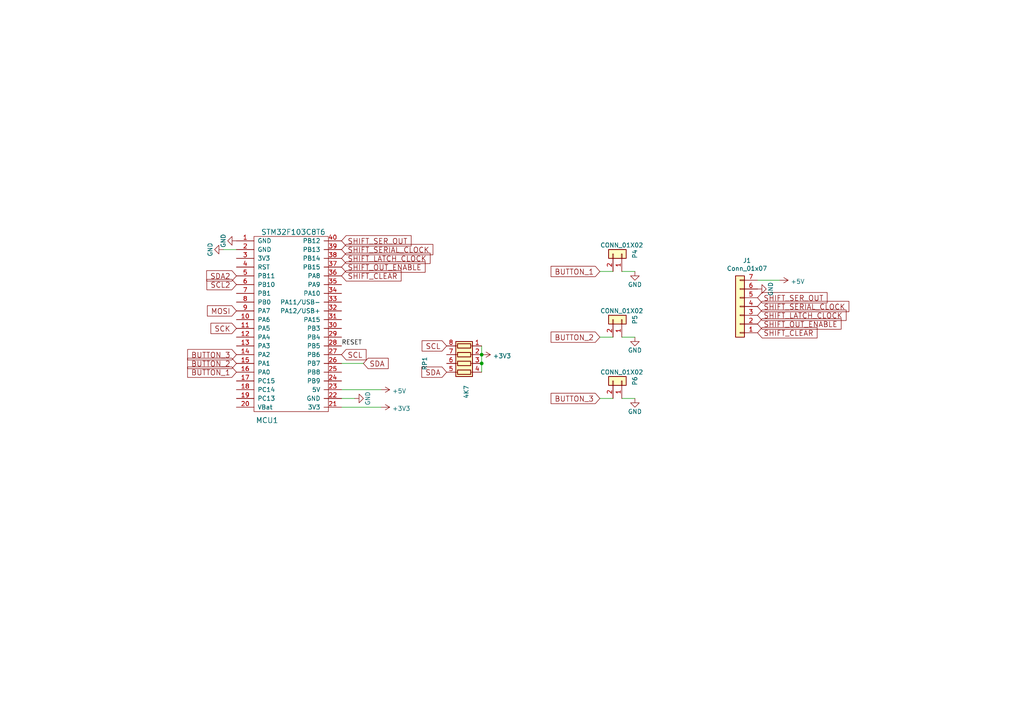
<source format=kicad_sch>
(kicad_sch (version 20211123) (generator eeschema)
  (paper "A4")
  (lib_symbols
    (symbol "nixie_control_board-rescue:+3.3V-power" (power) (pin_names (offset 0))
      (property "Value" "+3.3V-power" (at 0 3.556 0))
      (symbol "+3.3V-power_0_1"
        (polyline (pts (xy -0.762 1.27) (xy 0 2.54)))
        (polyline (pts (xy 0 0) (xy 0 2.54)))
        (polyline (pts (xy 0 2.54) (xy 0.762 1.27)))
      )
      (symbol "+3.3V-power_1_1"
        (pin power_in line (at 0 0 90) (length 0) hide (name "+3V3") (number "1"))
      )
    )
    (symbol "nixie_control_board-rescue:+5V-power" (power) (pin_names (offset 0))
      (property "Value" "+5V-power" (at 0 3.556 0))
      (symbol "+5V-power_0_1"
        (polyline (pts (xy -0.762 1.27) (xy 0 2.54)))
        (polyline (pts (xy 0 0) (xy 0 2.54)))
        (polyline (pts (xy 0 2.54) (xy 0.762 1.27)))
      )
      (symbol "+5V-power_1_1"
        (pin power_in line (at 0 0 90) (length 0) hide (name "+5V") (number "1"))
      )
    )
    (symbol "nixie_control_board-rescue:Conn_01x02-conn" (pin_names (offset 1.016) hide)
      (property "Reference" "J" (at 0 2.54 0))
      (property "Value" "Conn_01x02-conn" (at 0 -5.08 0))
      (symbol "Conn_01x02-conn_1_1"
        (rectangle (start -1.27 -2.413) (end 0 -2.667) (stroke (width 0.1524)))
        (rectangle (start -1.27 0.127) (end 0 -0.127) (stroke (width 0.1524)))
        (rectangle (start -1.27 1.27) (end 1.27 -3.81) (stroke (width 0.254)) (fill (type background)))
        (pin passive line (at -5.08 0 0) (length 3.81) (name "Pin_1") (number "1"))
        (pin passive line (at -5.08 -2.54 0) (length 3.81) (name "Pin_2") (number "2"))
      )
    )
    (symbol "nixie_control_board-rescue:Conn_01x07-conn" (pin_names (offset 1.016) hide)
      (property "Reference" "J" (at 0 10.16 0))
      (property "Value" "Conn_01x07-conn" (at 0 -10.16 0))
      (symbol "Conn_01x07-conn_1_1"
        (rectangle (start -1.27 -7.493) (end 0 -7.747) (stroke (width 0.1524)))
        (rectangle (start -1.27 -4.953) (end 0 -5.207) (stroke (width 0.1524)))
        (rectangle (start -1.27 -2.413) (end 0 -2.667) (stroke (width 0.1524)))
        (rectangle (start -1.27 0.127) (end 0 -0.127) (stroke (width 0.1524)))
        (rectangle (start -1.27 2.667) (end 0 2.413) (stroke (width 0.1524)))
        (rectangle (start -1.27 5.207) (end 0 4.953) (stroke (width 0.1524)))
        (rectangle (start -1.27 7.747) (end 0 7.493) (stroke (width 0.1524)))
        (rectangle (start -1.27 8.89) (end 1.27 -8.89) (stroke (width 0.254)) (fill (type background)))
        (pin passive line (at -5.08 7.62 0) (length 3.81) (name "Pin_1") (number "1"))
        (pin passive line (at -5.08 5.08 0) (length 3.81) (name "Pin_2") (number "2"))
        (pin passive line (at -5.08 2.54 0) (length 3.81) (name "Pin_3") (number "3"))
        (pin passive line (at -5.08 0 0) (length 3.81) (name "Pin_4") (number "4"))
        (pin passive line (at -5.08 -2.54 0) (length 3.81) (name "Pin_5") (number "5"))
        (pin passive line (at -5.08 -5.08 0) (length 3.81) (name "Pin_6") (number "6"))
        (pin passive line (at -5.08 -7.62 0) (length 3.81) (name "Pin_7") (number "7"))
      )
    )
    (symbol "nixie_control_board-rescue:GND-power" (power) (pin_names (offset 0))
      (property "Value" "GND-power" (at 0 -3.81 0))
      (symbol "GND-power_0_1"
        (polyline (pts (xy 0 0) (xy 0 -1.27) (xy 1.27 -1.27) (xy 0 -2.54) (xy -1.27 -1.27) (xy 0 -1.27)))
      )
      (symbol "GND-power_1_1"
        (pin power_in line (at 0 0 270) (length 0) hide (name "GND") (number "1"))
      )
    )
    (symbol "nixie_control_board-rescue:R_Pack04-device" (pin_names (offset 0) hide)
      (property "Reference" "RN" (at -7.62 0 90))
      (property "Value" "R_Pack04-device" (at 5.08 0 90))
      (symbol "R_Pack04-device_0_1"
        (rectangle (start -6.35 -2.413) (end 3.81 2.413) (stroke (width 0.254)) (fill (type background)))
        (rectangle (start -5.715 1.905) (end -4.445 -1.905) (stroke (width 0.254)))
        (rectangle (start -3.175 1.905) (end -1.905 -1.905) (stroke (width 0.254)))
        (rectangle (start -0.635 1.905) (end 0.635 -1.905) (stroke (width 0.254)))
        (polyline (pts (xy -5.08 -2.54) (xy -5.08 -1.905)))
        (polyline (pts (xy -5.08 1.905) (xy -5.08 2.54)))
        (polyline (pts (xy -2.54 -2.54) (xy -2.54 -1.905)))
        (polyline (pts (xy -2.54 1.905) (xy -2.54 2.54)))
        (polyline (pts (xy 0 -2.54) (xy 0 -1.905)))
        (polyline (pts (xy 0 1.905) (xy 0 2.54)))
        (polyline (pts (xy 2.54 -2.54) (xy 2.54 -1.905)))
        (polyline (pts (xy 2.54 1.905) (xy 2.54 2.54)))
        (rectangle (start 1.905 1.905) (end 3.175 -1.905) (stroke (width 0.254)))
      )
      (symbol "R_Pack04-device_1_1"
        (pin passive line (at -5.08 -5.08 90) (length 2.54) (name "R1.1") (number "1"))
        (pin passive line (at -2.54 -5.08 90) (length 2.54) (name "R2.1") (number "2"))
        (pin passive line (at 0 -5.08 90) (length 2.54) (name "R3.1") (number "3"))
        (pin passive line (at 2.54 -5.08 90) (length 2.54) (name "R4.1") (number "4"))
        (pin passive line (at 2.54 5.08 270) (length 2.54) (name "R4.2") (number "5"))
        (pin passive line (at 0 5.08 270) (length 2.54) (name "R3.2") (number "6"))
        (pin passive line (at -2.54 5.08 270) (length 2.54) (name "R2.2") (number "7"))
        (pin passive line (at -5.08 5.08 270) (length 2.54) (name "R1.2") (number "8"))
      )
    )
    (symbol "nixie_control_board-rescue:STM32F103C8T6-keyboard" (pin_names (offset 1.016))
      (property "Reference" "MCU" (at -6.35 -27.94 0))
      (property "Value" "STM32F103C8T6-keyboard" (at 1.27 26.67 0))
      (symbol "STM32F103C8T6-keyboard_0_1"
        (rectangle (start -10.16 25.4) (end 11.43 -25.4))
      )
      (symbol "STM32F103C8T6-keyboard_1_1"
        (pin input line (at -15.24 24.13 0) (length 5.08) (name "GND") (number "1"))
        (pin input line (at -15.24 1.27 0) (length 5.08) (name "PA6") (number "10"))
        (pin input line (at -15.24 -1.27 0) (length 5.08) (name "PA5") (number "11"))
        (pin input line (at -15.24 -3.81 0) (length 5.08) (name "PA4") (number "12"))
        (pin input line (at -15.24 -6.35 0) (length 5.08) (name "PA3") (number "13"))
        (pin input line (at -15.24 -8.89 0) (length 5.08) (name "PA2") (number "14"))
        (pin input line (at -15.24 -11.43 0) (length 5.08) (name "PA1") (number "15"))
        (pin input line (at -15.24 -13.97 0) (length 5.08) (name "PA0") (number "16"))
        (pin input line (at -15.24 -16.51 0) (length 5.08) (name "PC15") (number "17"))
        (pin input line (at -15.24 -19.05 0) (length 5.08) (name "PC14") (number "18"))
        (pin input line (at -15.24 -21.59 0) (length 5.08) (name "PC13") (number "19"))
        (pin input line (at -15.24 21.59 0) (length 5.08) (name "GND") (number "2"))
        (pin input line (at -15.24 -24.13 0) (length 5.08) (name "VBat") (number "20"))
        (pin input line (at 15.24 -24.13 180) (length 5.08) (name "3V3") (number "21"))
        (pin input line (at 15.24 -21.59 180) (length 5.08) (name "GND") (number "22"))
        (pin input line (at 15.24 -19.05 180) (length 5.08) (name "5V") (number "23"))
        (pin input line (at 15.24 -16.51 180) (length 5.08) (name "PB9") (number "24"))
        (pin input line (at 15.24 -13.97 180) (length 5.08) (name "PB8") (number "25"))
        (pin input line (at 15.24 -11.43 180) (length 5.08) (name "PB7") (number "26"))
        (pin input line (at 15.24 -8.89 180) (length 5.08) (name "PB6") (number "27"))
        (pin input line (at 15.24 -6.35 180) (length 5.08) (name "PB5") (number "28"))
        (pin input line (at 15.24 -3.81 180) (length 5.08) (name "PB4") (number "29"))
        (pin input line (at -15.24 19.05 0) (length 5.08) (name "3V3") (number "3"))
        (pin input line (at 15.24 -1.27 180) (length 5.08) (name "PB3") (number "30"))
        (pin input line (at 15.24 1.27 180) (length 5.08) (name "PA15") (number "31"))
        (pin input line (at 15.24 3.81 180) (length 5.08) (name "PA12/USB+") (number "32"))
        (pin input line (at 15.24 6.35 180) (length 5.08) (name "PA11/USB-") (number "33"))
        (pin input line (at 15.24 8.89 180) (length 5.08) (name "PA10") (number "34"))
        (pin input line (at 15.24 11.43 180) (length 5.08) (name "PA9") (number "35"))
        (pin input line (at 15.24 13.97 180) (length 5.08) (name "PA8") (number "36"))
        (pin input line (at 15.24 16.51 180) (length 5.08) (name "PB15") (number "37"))
        (pin input line (at 15.24 19.05 180) (length 5.08) (name "PB14") (number "38"))
        (pin input line (at 15.24 21.59 180) (length 5.08) (name "PB13") (number "39"))
        (pin input line (at -15.24 16.51 0) (length 5.08) (name "RST") (number "4"))
        (pin input line (at 15.24 24.13 180) (length 5.08) (name "PB12") (number "40"))
        (pin input line (at -15.24 13.97 0) (length 5.08) (name "PB11") (number "5"))
        (pin input line (at -15.24 11.43 0) (length 5.08) (name "PB10") (number "6"))
        (pin input line (at -15.24 8.89 0) (length 5.08) (name "PB1") (number "7"))
        (pin input line (at -15.24 6.35 0) (length 5.08) (name "PB0") (number "8"))
        (pin input line (at -15.24 3.81 0) (length 5.08) (name "PA7") (number "9"))
      )
    )
  )
  (junction (at 139.7 105.41))
  (junction (at 139.7 102.87))
  (wire (pts (xy 180.34 78.74) (xy 184.15 78.74)))
  (wire (pts (xy 99.06 105.41) (xy 105.41 105.41)))
  (wire (pts (xy 64.77 72.39) (xy 68.58 72.39)))
  (wire (pts (xy 177.8 97.79) (xy 173.99 97.79)))
  (wire (pts (xy 139.7 100.33) (xy 139.7 102.87)))
  (wire (pts (xy 180.34 115.57) (xy 184.15 115.57)))
  (wire (pts (xy 177.8 115.57) (xy 173.99 115.57)))
  (wire (pts (xy 226.06 81.28) (xy 219.71 81.28)))
  (wire (pts (xy 99.06 113.03) (xy 110.49 113.03)))
  (wire (pts (xy 99.06 118.11) (xy 110.49 118.11)))
  (wire (pts (xy 139.7 105.41) (xy 139.7 107.95)))
  (wire (pts (xy 173.99 78.74) (xy 177.8 78.74)))
  (wire (pts (xy 184.15 97.79) (xy 180.34 97.79)))
  (wire (pts (xy 139.7 102.87) (xy 139.7 105.41)))
  (wire (pts (xy 99.06 115.57) (xy 102.87 115.57)))
  (label "RESET" (at 99.06 100.33 0))
  (global_label "SDA2" (shape input) (at 68.58 80.01 180) (effects (font (size 1.524 1.524))) (property "Intersheet References" "${INTERSHEET_REFS}" (effects hide)))
  (global_label "BUTTON_3" (shape input) (at 68.58 102.87 180) (effects (font (size 1.524 1.524))) (property "Intersheet References" "${INTERSHEET_REFS}" (effects hide)))
  (global_label "BUTTON_1" (shape input) (at 68.58 107.95 180) (effects (font (size 1.524 1.524))) (property "Intersheet References" "${INTERSHEET_REFS}" (effects hide)))
  (global_label "SHIFT_SER_OUT" (shape input) (at 99.06 69.85 0) (effects (font (size 1.524 1.524))) (property "Intersheet References" "${INTERSHEET_REFS}" (effects hide)))
  (global_label "BUTTON_1" (shape input) (at 173.99 78.74 180) (effects (font (size 1.524 1.524))) (property "Intersheet References" "${INTERSHEET_REFS}" (effects hide)))
  (global_label "BUTTON_3" (shape input) (at 173.99 115.57 180) (effects (font (size 1.524 1.524))) (property "Intersheet References" "${INTERSHEET_REFS}" (effects hide)))
  (global_label "SDA" (shape input) (at 129.54 107.95 180) (effects (font (size 1.524 1.524))) (property "Intersheet References" "${INTERSHEET_REFS}" (effects hide)))
  (global_label "MOSI" (shape input) (at 68.58 90.17 180) (effects (font (size 1.524 1.524))) (property "Intersheet References" "${INTERSHEET_REFS}" (effects hide)))
  (global_label "SCL" (shape input) (at 129.54 100.33 180) (effects (font (size 1.524 1.524))) (property "Intersheet References" "${INTERSHEET_REFS}" (effects hide)))
  (global_label "SHIFT_SERIAL_CLOCK" (shape input) (at 219.71 88.9 0) (effects (font (size 1.524 1.524))) (property "Intersheet References" "${INTERSHEET_REFS}" (effects hide)))
  (global_label "SHIFT_LATCH_CLOCK" (shape input) (at 219.71 91.44 0) (effects (font (size 1.524 1.524))) (property "Intersheet References" "${INTERSHEET_REFS}" (effects hide)))
  (global_label "SHIFT_CLEAR" (shape input) (at 219.71 96.52 0) (effects (font (size 1.524 1.524))) (property "Intersheet References" "${INTERSHEET_REFS}" (effects hide)))
  (global_label "SCL" (shape input) (at 99.06 102.87 0) (effects (font (size 1.524 1.524))) (property "Intersheet References" "${INTERSHEET_REFS}" (effects hide)))
  (global_label "SDA" (shape input) (at 105.41 105.41 0) (effects (font (size 1.524 1.524))) (property "Intersheet References" "${INTERSHEET_REFS}" (effects hide)))
  (global_label "SHIFT_OUT_ENABLE" (shape input) (at 99.06 77.47 0) (effects (font (size 1.524 1.524))) (property "Intersheet References" "${INTERSHEET_REFS}" (effects hide)))
  (global_label "SHIFT_SER_OUT" (shape input) (at 219.71 86.36 0) (effects (font (size 1.524 1.524))) (property "Intersheet References" "${INTERSHEET_REFS}" (effects hide)))
  (global_label "SHIFT_SERIAL_CLOCK" (shape input) (at 99.06 72.39 0) (effects (font (size 1.524 1.524))) (property "Intersheet References" "${INTERSHEET_REFS}" (effects hide)))
  (global_label "SHIFT_LATCH_CLOCK" (shape input) (at 99.06 74.93 0) (effects (font (size 1.524 1.524))) (property "Intersheet References" "${INTERSHEET_REFS}" (effects hide)))
  (global_label "BUTTON_2" (shape input) (at 68.58 105.41 180) (effects (font (size 1.524 1.524))) (property "Intersheet References" "${INTERSHEET_REFS}" (effects hide)))
  (global_label "SCL2" (shape input) (at 68.58 82.55 180) (effects (font (size 1.524 1.524))) (property "Intersheet References" "${INTERSHEET_REFS}" (effects hide)))
  (global_label "SCK" (shape input) (at 68.58 95.25 180) (effects (font (size 1.524 1.524))) (property "Intersheet References" "${INTERSHEET_REFS}" (effects hide)))
  (global_label "SHIFT_CLEAR" (shape input) (at 99.06 80.01 0) (effects (font (size 1.524 1.524))) (property "Intersheet References" "${INTERSHEET_REFS}" (effects hide)))
  (global_label "BUTTON_2" (shape input) (at 173.99 97.79 180) (effects (font (size 1.524 1.524))) (property "Intersheet References" "${INTERSHEET_REFS}" (effects hide)))
  (global_label "SHIFT_OUT_ENABLE" (shape input) (at 219.71 93.98 0) (effects (font (size 1.524 1.524))) (property "Intersheet References" "${INTERSHEET_REFS}" (effects hide)))
  (symbol (lib_id "nixie_control_board-rescue:+3.3V-power") (at 110.49 118.11 270) (unit 1)
    (property "Reference" "#PWR020" (effects hide))
    (property "Value" "+3.3V-power" (at 113.7412 118.491 90) (effects (justify left)))
  )
  (symbol (lib_id "nixie_control_board-rescue:Conn_01x07-conn") (at 214.63 88.9 180) (unit 1)
    (property "Reference" "J1" (at 216.662 75.565 0))
    (property "Value" "Conn_01x07" (at 216.662 77.8764 0))
    (property "Footprint" "Pin_Headers:Pin_Header_Straight_1x07_Pitch2.54mm" (effects hide))
  )
  (symbol (lib_id "nixie_control_board-rescue:GND-power") (at 64.77 72.39 270) (unit 1)
    (property "Reference" "#PWR016" (effects hide))
    (property "Value" "GND" (at 60.96 72.39 0))
  )
  (symbol (lib_id "nixie_control_board-rescue:Conn_01x02-conn") (at 180.34 110.49 270) (mirror x) (unit 1)
    (property "Reference" "P6" (at 184.15 110.49 0))
    (property "Value" "CONN_01X02" (at 180.34 107.95 90))
    (property "Footprint" "Connector_PinHeader_2.54mm:PinHeader_1x02_P2.54mm_Vertical" (effects hide))
  )
  (symbol (lib_id "nixie_control_board-rescue:GND-power") (at 102.87 115.57 90) (unit 1)
    (property "Reference" "#PWR018" (effects hide))
    (property "Value" "GND" (at 106.68 115.57 0))
  )
  (symbol (lib_id "nixie_control_board-rescue:+3.3V-power") (at 139.7 102.87 270) (unit 1)
    (property "Reference" "#PWR021" (effects hide))
    (property "Value" "+3.3V-power" (at 142.9512 103.251 90) (effects (justify left)))
  )
  (symbol (lib_id "nixie_control_board-rescue:STM32F103C8T6-keyboard") (at 83.82 93.98 0) (unit 1)
    (property "Reference" "MCU1" (at 77.47 121.92 0) (effects (font (size 1.524 1.524))))
    (property "Value" "STM32F103C8T6" (at 85.09 67.31 0) (effects (font (size 1.524 1.524))))
    (property "Footprint" "keyboard:STM32F103C8T6" (effects hide))
  )
  (symbol (lib_id "nixie_control_board-rescue:GND-power") (at 68.58 69.85 270) (unit 1)
    (property "Reference" "#PWR017" (effects hide))
    (property "Value" "GND" (at 64.77 69.85 0))
  )
  (symbol (lib_id "nixie_control_board-rescue:GND-power") (at 184.15 78.74 0) (unit 1)
    (property "Reference" "#PWR022" (effects hide))
    (property "Value" "GND" (at 184.15 82.55 0))
  )
  (symbol (lib_id "nixie_control_board-rescue:GND-power") (at 219.71 83.82 90) (unit 1)
    (property "Reference" "#PWR025" (effects hide))
    (property "Value" "GND" (at 223.52 83.82 0))
  )
  (symbol (lib_id "nixie_control_board-rescue:GND-power") (at 184.15 97.79 0) (unit 1)
    (property "Reference" "#PWR023" (effects hide))
    (property "Value" "GND" (at 184.15 101.6 0))
  )
  (symbol (lib_id "nixie_control_board-rescue:+5V-power") (at 110.49 113.03 270) (unit 1)
    (property "Reference" "#PWR019" (effects hide))
    (property "Value" "+5V-power" (at 113.7412 113.411 90) (effects (justify left)))
  )
  (symbol (lib_id "nixie_control_board-rescue:+5V-power") (at 226.06 81.28 270) (unit 1)
    (property "Reference" "#PWR026" (effects hide))
    (property "Value" "+5V-power" (at 229.3112 81.661 90) (effects (justify left)))
  )
  (symbol (lib_id "nixie_control_board-rescue:GND-power") (at 184.15 115.57 0) (unit 1)
    (property "Reference" "#PWR024" (effects hide))
    (property "Value" "GND" (at 184.15 119.38 0))
  )
  (symbol (lib_id "nixie_control_board-rescue:R_Pack04-device") (at 134.62 105.41 90) (mirror x) (unit 1)
    (property "Reference" "RP1" (at 123.19 105.41 0))
    (property "Value" "4K7" (at 135.255 113.665 0))
    (property "Footprint" "Resistors_SMD:R_Array_Convex_4x0402" (effects hide))
  )
  (symbol (lib_id "nixie_control_board-rescue:Conn_01x02-conn") (at 180.34 92.71 270) (mirror x) (unit 1)
    (property "Reference" "P5" (at 184.15 92.71 0))
    (property "Value" "CONN_01X02" (at 180.34 90.17 90))
    (property "Footprint" "Connector_PinHeader_2.54mm:PinHeader_1x02_P2.54mm_Vertical" (effects hide))
  )
  (symbol (lib_id "nixie_control_board-rescue:Conn_01x02-conn") (at 180.34 73.66 270) (mirror x) (unit 1)
    (property "Reference" "P4" (at 184.15 73.66 0))
    (property "Value" "CONN_01X02" (at 180.34 71.12 90))
    (property "Footprint" "Connector_PinHeader_2.54mm:PinHeader_1x02_P2.54mm_Vertical" (effects hide))
  )
)
</source>
